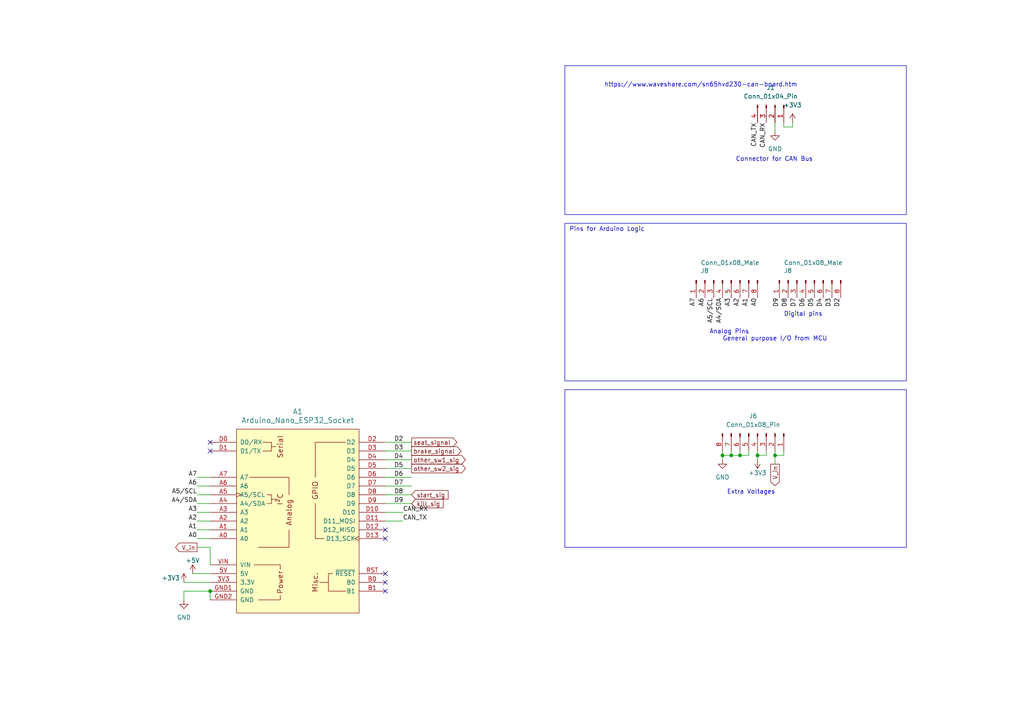
<source format=kicad_sch>
(kicad_sch (version 20231120) (generator "eeschema") (generator_version "8.0")
  (paper "A4")
  (lib_symbols
    (symbol "Connector:Conn_01x04_Pin" (pin_names (offset 1.016) hide)
      (property "Reference" "J" (at 0 5.08 0))
      (property "Value" "Conn_01x04_Pin" (at 0 -7.62 0))
      (symbol "Conn_01x04_Pin_1_1"
        (polyline (pts (xy 1.27 -5.08) (xy 0.8636 -5.08)) (stroke (width 0.1524)))
        (polyline (pts (xy 1.27 -2.54) (xy 0.8636 -2.54)) (stroke (width 0.1524)))
        (polyline (pts (xy 1.27 0) (xy 0.8636 0)) (stroke (width 0.1524)))
        (polyline (pts (xy 1.27 2.54) (xy 0.8636 2.54)) (stroke (width 0.1524)))
        (rectangle (start 0.8636 -4.953) (end 0 -5.207) (stroke (width 0.1524)) (fill (type outline)))
        (rectangle (start 0.8636 -2.413) (end 0 -2.667) (stroke (width 0.1524)) (fill (type outline)))
        (rectangle (start 0.8636 0.127) (end 0 -0.127) (stroke (width 0.1524)) (fill (type outline)))
        (rectangle (start 0.8636 2.667) (end 0 2.413) (stroke (width 0.1524)) (fill (type outline)))
        (pin passive line (at 5.08 2.54 180) (length 3.81) (name "Pin_1") (number "1"))
        (pin passive line (at 5.08 0 180) (length 3.81) (name "Pin_2") (number "2"))
        (pin passive line (at 5.08 -2.54 180) (length 3.81) (name "Pin_3") (number "3"))
        (pin passive line (at 5.08 -5.08 180) (length 3.81) (name "Pin_4") (number "4"))
      )
    )
    (symbol "Connector:Conn_01x08_Pin" (pin_names (offset 1.016) hide)
      (property "Reference" "J" (at 0 10.16 0))
      (property "Value" "Conn_01x08_Pin" (at 0 -12.7 0))
      (symbol "Conn_01x08_Pin_1_1"
        (polyline (pts (xy 1.27 -10.16) (xy 0.8636 -10.16)) (stroke (width 0.1524)))
        (polyline (pts (xy 1.27 -7.62) (xy 0.8636 -7.62)) (stroke (width 0.1524)))
        (polyline (pts (xy 1.27 -5.08) (xy 0.8636 -5.08)) (stroke (width 0.1524)))
        (polyline (pts (xy 1.27 -2.54) (xy 0.8636 -2.54)) (stroke (width 0.1524)))
        (polyline (pts (xy 1.27 0) (xy 0.8636 0)) (stroke (width 0.1524)))
        (polyline (pts (xy 1.27 2.54) (xy 0.8636 2.54)) (stroke (width 0.1524)))
        (polyline (pts (xy 1.27 5.08) (xy 0.8636 5.08)) (stroke (width 0.1524)))
        (polyline (pts (xy 1.27 7.62) (xy 0.8636 7.62)) (stroke (width 0.1524)))
        (rectangle (start 0.8636 -10.033) (end 0 -10.287) (stroke (width 0.1524)) (fill (type outline)))
        (rectangle (start 0.8636 -7.493) (end 0 -7.747) (stroke (width 0.1524)) (fill (type outline)))
        (rectangle (start 0.8636 -4.953) (end 0 -5.207) (stroke (width 0.1524)) (fill (type outline)))
        (rectangle (start 0.8636 -2.413) (end 0 -2.667) (stroke (width 0.1524)) (fill (type outline)))
        (rectangle (start 0.8636 0.127) (end 0 -0.127) (stroke (width 0.1524)) (fill (type outline)))
        (rectangle (start 0.8636 2.667) (end 0 2.413) (stroke (width 0.1524)) (fill (type outline)))
        (rectangle (start 0.8636 5.207) (end 0 4.953) (stroke (width 0.1524)) (fill (type outline)))
        (rectangle (start 0.8636 7.747) (end 0 7.493) (stroke (width 0.1524)) (fill (type outline)))
        (pin passive line (at 5.08 7.62 180) (length 3.81) (name "Pin_1") (number "1"))
        (pin passive line (at 5.08 5.08 180) (length 3.81) (name "Pin_2") (number "2"))
        (pin passive line (at 5.08 2.54 180) (length 3.81) (name "Pin_3") (number "3"))
        (pin passive line (at 5.08 0 180) (length 3.81) (name "Pin_4") (number "4"))
        (pin passive line (at 5.08 -2.54 180) (length 3.81) (name "Pin_5") (number "5"))
        (pin passive line (at 5.08 -5.08 180) (length 3.81) (name "Pin_6") (number "6"))
        (pin passive line (at 5.08 -7.62 180) (length 3.81) (name "Pin_7") (number "7"))
        (pin passive line (at 5.08 -10.16 180) (length 3.81) (name "Pin_8") (number "8"))
      )
    )
    (symbol "Motherboard_2023-rescue:Conn_01x08_Male-Connector" (pin_names (offset 1.016) hide)
      (property "Reference" "J" (at 0 10.16 0))
      (property "Value" "Connector_Conn_01x08_Male" (at 0 -12.7 0))
      (symbol "Conn_01x08_Male-Connector_1_1"
        (polyline (pts (xy 1.27 -10.16) (xy 0.8636 -10.16)) (stroke (width 0.1524)))
        (polyline (pts (xy 1.27 -7.62) (xy 0.8636 -7.62)) (stroke (width 0.1524)))
        (polyline (pts (xy 1.27 -5.08) (xy 0.8636 -5.08)) (stroke (width 0.1524)))
        (polyline (pts (xy 1.27 -2.54) (xy 0.8636 -2.54)) (stroke (width 0.1524)))
        (polyline (pts (xy 1.27 0) (xy 0.8636 0)) (stroke (width 0.1524)))
        (polyline (pts (xy 1.27 2.54) (xy 0.8636 2.54)) (stroke (width 0.1524)))
        (polyline (pts (xy 1.27 5.08) (xy 0.8636 5.08)) (stroke (width 0.1524)))
        (polyline (pts (xy 1.27 7.62) (xy 0.8636 7.62)) (stroke (width 0.1524)))
        (rectangle (start 0.8636 -10.033) (end 0 -10.287) (stroke (width 0.1524)) (fill (type outline)))
        (rectangle (start 0.8636 -7.493) (end 0 -7.747) (stroke (width 0.1524)) (fill (type outline)))
        (rectangle (start 0.8636 -4.953) (end 0 -5.207) (stroke (width 0.1524)) (fill (type outline)))
        (rectangle (start 0.8636 -2.413) (end 0 -2.667) (stroke (width 0.1524)) (fill (type outline)))
        (rectangle (start 0.8636 0.127) (end 0 -0.127) (stroke (width 0.1524)) (fill (type outline)))
        (rectangle (start 0.8636 2.667) (end 0 2.413) (stroke (width 0.1524)) (fill (type outline)))
        (rectangle (start 0.8636 5.207) (end 0 4.953) (stroke (width 0.1524)) (fill (type outline)))
        (rectangle (start 0.8636 7.747) (end 0 7.493) (stroke (width 0.1524)) (fill (type outline)))
        (pin passive line (at 5.08 7.62 180) (length 3.81) (name "Pin_1") (number "1"))
        (pin passive line (at 5.08 5.08 180) (length 3.81) (name "Pin_2") (number "2"))
        (pin passive line (at 5.08 2.54 180) (length 3.81) (name "Pin_3") (number "3"))
        (pin passive line (at 5.08 0 180) (length 3.81) (name "Pin_4") (number "4"))
        (pin passive line (at 5.08 -2.54 180) (length 3.81) (name "Pin_5") (number "5"))
        (pin passive line (at 5.08 -5.08 180) (length 3.81) (name "Pin_6") (number "6"))
        (pin passive line (at 5.08 -7.62 180) (length 3.81) (name "Pin_7") (number "7"))
        (pin passive line (at 5.08 -10.16 180) (length 3.81) (name "Pin_8") (number "8"))
      )
    )
    (symbol "arduino-library:Arduino_Nano_ESP32_Socket" (pin_names (offset 1.016))
      (property "Reference" "A" (at 0 33.02 0))
      (property "Value" "Arduino_Nano_ESP32_Socket" (at 0 29.21 0))
      (symbol "Arduino_Nano_ESP32_Socket_0_0"
        (rectangle (start -17.78 26.67) (end 17.78 -26.67) (fill (type background)))
        (polyline (pts (xy -7.62 6.35) (xy -6.35 6.35)))
        (polyline (pts (xy -7.62 21.59) (xy -6.35 21.59)))
        (polyline (pts (xy 8.89 -17.78) (xy 6.35 -17.78)))
        (polyline (pts (xy -11.43 -22.86) (xy -5.08 -22.86) (xy -5.08 -21.59)))
        (polyline (pts (xy -5.08 -13.97) (xy -5.08 -12.7) (xy -12.7 -12.7)))
        (polyline (pts (xy -10.16 22.86) (xy -7.62 22.86) (xy -7.62 20.32) (xy -10.16 20.32)))
        (polyline (pts (xy -8.89 7.62) (xy -7.62 7.62) (xy -7.62 5.08) (xy -8.89 5.08)))
        (text "Analog" (at -2.54 2.54 900) (effects (font (size 1.524 1.524))))
        (text "I²C" (at -5.08 6.35 900) (effects (font (size 1.524 1.524))))
        (text "Misc." (at 5.08 -17.78 900) (effects (font (size 1.524 1.524))))
        (text "Power" (at -5.08 -17.78 900) (effects (font (size 1.524 1.524))))
        (text "Serial" (at -5.08 21.59 900) (effects (font (size 1.524 1.524))))
      )
      (symbol "Arduino_Nano_ESP32_Socket_0_1"
        (polyline (pts (xy -13.97 12.7) (xy -2.54 12.7) (xy -2.54 7.62)))
        (polyline (pts (xy -11.43 -7.62) (xy -2.54 -7.62) (xy -2.54 -2.54)))
        (polyline (pts (xy 7.62 -5.08) (xy 5.08 -5.08) (xy 5.08 5.08)))
        (polyline (pts (xy 13.97 22.86) (xy 5.08 22.86) (xy 5.08 12.7)))
        (polyline (pts (xy 10.16 -15.24) (xy 8.89 -15.24) (xy 8.89 -20.32) (xy 13.97 -20.32)))
      )
      (symbol "Arduino_Nano_ESP32_Socket_1_0"
        (text "GPIO" (at 5.08 8.89 900) (effects (font (size 1.524 1.524))))
      )
      (symbol "Arduino_Nano_ESP32_Socket_1_1"
        (pin power_out line (at -25.4 -17.78 0) (length 7.62) (name "3.3V") (number "3V3"))
        (pin power_in line (at -25.4 -15.24 0) (length 7.62) (name "5V") (number "5V"))
        (pin bidirectional line (at -25.4 -5.08 0) (length 7.62) (name "A0") (number "A0"))
        (pin bidirectional line (at -25.4 -2.54 0) (length 7.62) (name "A1") (number "A1"))
        (pin bidirectional line (at -25.4 0 0) (length 7.62) (name "A2") (number "A2"))
        (pin bidirectional line (at -25.4 2.54 0) (length 7.62) (name "A3") (number "A3"))
        (pin bidirectional line (at -25.4 5.08 0) (length 7.62) (name "A4/SDA") (number "A4"))
        (pin bidirectional clock (at -25.4 7.62 0) (length 7.62) (name "A5/SCL") (number "A5"))
        (pin input line (at -25.4 10.16 0) (length 7.62) (name "A6") (number "A6"))
        (pin input line (at -25.4 12.7 0) (length 7.62) (name "A7") (number "A7"))
        (pin bidirectional line (at 25.4 -17.78 180) (length 7.62) (name "B0") (number "B0"))
        (pin bidirectional line (at 25.4 -20.32 180) (length 7.62) (name "B1") (number "B1"))
        (pin bidirectional line (at -25.4 22.86 0) (length 7.62) (name "D0/RX") (number "D0"))
        (pin bidirectional line (at -25.4 20.32 0) (length 7.62) (name "D1/TX") (number "D1"))
        (pin bidirectional line (at 25.4 2.54 180) (length 7.62) (name "D10") (number "D10"))
        (pin bidirectional line (at 25.4 0 180) (length 7.62) (name "D11_MOSI") (number "D11"))
        (pin bidirectional line (at 25.4 -2.54 180) (length 7.62) (name "D12_MISO") (number "D12"))
        (pin bidirectional clock (at 25.4 -5.08 180) (length 7.62) (name "D13_SCK") (number "D13"))
        (pin bidirectional line (at 25.4 22.86 180) (length 7.62) (name "D2") (number "D2"))
        (pin bidirectional line (at 25.4 20.32 180) (length 7.62) (name "D3") (number "D3"))
        (pin bidirectional line (at 25.4 17.78 180) (length 7.62) (name "D4") (number "D4"))
        (pin bidirectional line (at 25.4 15.24 180) (length 7.62) (name "D5") (number "D5"))
        (pin bidirectional line (at 25.4 12.7 180) (length 7.62) (name "D6") (number "D6"))
        (pin bidirectional line (at 25.4 10.16 180) (length 7.62) (name "D7") (number "D7"))
        (pin bidirectional line (at 25.4 7.62 180) (length 7.62) (name "D8") (number "D8"))
        (pin bidirectional line (at 25.4 5.08 180) (length 7.62) (name "D9") (number "D9"))
        (pin power_in line (at -25.4 -20.32 0) (length 7.62) (name "GND") (number "GND1"))
        (pin power_in line (at -25.4 -22.86 0) (length 7.62) (name "GND") (number "GND2"))
        (pin open_collector line (at 25.4 -15.24 180) (length 7.62) (name "~{RESET}") (number "RST"))
        (pin power_in line (at -25.4 -12.7 0) (length 7.62) (name "VIN") (number "VIN"))
      )
    )
    (symbol "power:+3V3" (power) (pin_names (offset 0))
      (property "Value" "+3V3" (at 0 3.556 0))
      (symbol "+3V3_0_1"
        (polyline (pts (xy -0.762 1.27) (xy 0 2.54)))
        (polyline (pts (xy 0 0) (xy 0 2.54)))
        (polyline (pts (xy 0 2.54) (xy 0.762 1.27)))
      )
      (symbol "+3V3_1_1"
        (pin power_in line (at 0 0 90) (length 0) hide (name "+3V3") (number "1"))
      )
    )
    (symbol "power:+5V" (power) (pin_names (offset 0))
      (property "Value" "+5V" (at 0 3.556 0))
      (symbol "+5V_0_1"
        (polyline (pts (xy -0.762 1.27) (xy 0 2.54)))
        (polyline (pts (xy 0 0) (xy 0 2.54)))
        (polyline (pts (xy 0 2.54) (xy 0.762 1.27)))
      )
      (symbol "+5V_1_1"
        (pin power_in line (at 0 0 90) (length 0) hide (name "+5V") (number "1"))
      )
    )
    (symbol "power:GND" (power) (pin_names (offset 0))
      (property "Value" "GND" (at 0 -3.81 0))
      (symbol "GND_0_1"
        (polyline (pts (xy 0 0) (xy 0 -1.27) (xy 1.27 -1.27) (xy 0 -2.54) (xy -1.27 -1.27) (xy 0 -1.27)))
      )
      (symbol "GND_1_1"
        (pin power_in line (at 0 0 270) (length 0) hide (name "GND") (number "1"))
      )
    )
  )
  (junction (at 209.55 132.08))
  (junction (at 212.09 132.08))
  (junction (at 219.71 132.08))
  (junction (at 214.63 132.08))
  (junction (at 60.96 171.45))
  (junction (at 224.79 132.08))
  (no_connect (at 111.76 166.37))
  (no_connect (at 60.96 130.81))
  (no_connect (at 111.76 153.67))
  (no_connect (at 111.76 171.45))
  (no_connect (at 111.76 168.91))
  (no_connect (at 111.76 156.21))
  (no_connect (at 60.96 128.27))
  (wire (pts (xy 224.79 130.81) (xy 224.79 132.08)))
  (wire (pts (xy 229.87 35.56) (xy 229.87 36.83)))
  (wire (pts (xy 116.84 148.59) (xy 111.76 148.59)))
  (wire (pts (xy 60.96 158.75) (xy 60.96 163.83)))
  (wire (pts (xy 209.55 130.81) (xy 209.55 132.08)))
  (wire (pts (xy 227.33 36.83) (xy 229.87 36.83)))
  (wire (pts (xy 209.55 132.08) (xy 209.55 133.35)))
  (wire (pts (xy 57.15 146.05) (xy 60.96 146.05)))
  (wire (pts (xy 111.76 143.51) (xy 119.38 143.51)))
  (wire (pts (xy 222.25 130.81) (xy 222.25 132.08)))
  (wire (pts (xy 111.76 133.35) (xy 119.38 133.35)))
  (wire (pts (xy 214.63 130.81) (xy 214.63 132.08)))
  (wire (pts (xy 53.34 168.91) (xy 60.96 168.91)))
  (wire (pts (xy 57.15 153.67) (xy 60.96 153.67)))
  (wire (pts (xy 55.88 166.37) (xy 60.96 166.37)))
  (wire (pts (xy 57.15 140.97) (xy 60.96 140.97)))
  (wire (pts (xy 214.63 132.08) (xy 212.09 132.08)))
  (wire (pts (xy 224.79 132.08) (xy 227.33 132.08)))
  (wire (pts (xy 227.33 35.56) (xy 227.33 36.83)))
  (wire (pts (xy 116.84 151.13) (xy 111.76 151.13)))
  (wire (pts (xy 212.09 132.08) (xy 209.55 132.08)))
  (wire (pts (xy 224.79 132.08) (xy 224.79 134.62)))
  (wire (pts (xy 111.76 128.27) (xy 119.38 128.27)))
  (wire (pts (xy 53.34 171.45) (xy 53.34 173.99)))
  (wire (pts (xy 60.96 171.45) (xy 60.96 173.99)))
  (wire (pts (xy 224.79 35.56) (xy 224.79 38.1)))
  (wire (pts (xy 57.15 143.51) (xy 60.96 143.51)))
  (wire (pts (xy 57.15 138.43) (xy 60.96 138.43)))
  (wire (pts (xy 222.25 132.08) (xy 219.71 132.08)))
  (wire (pts (xy 57.15 158.75) (xy 60.96 158.75)))
  (wire (pts (xy 111.76 140.97) (xy 119.38 140.97)))
  (wire (pts (xy 219.71 133.35) (xy 219.71 132.08)))
  (wire (pts (xy 111.76 138.43) (xy 119.38 138.43)))
  (wire (pts (xy 111.76 135.89) (xy 119.38 135.89)))
  (wire (pts (xy 57.15 148.59) (xy 60.96 148.59)))
  (wire (pts (xy 111.76 130.81) (xy 119.38 130.81)))
  (wire (pts (xy 111.76 146.05) (xy 119.38 146.05)))
  (wire (pts (xy 60.96 171.45) (xy 53.34 171.45)))
  (wire (pts (xy 219.71 132.08) (xy 219.71 130.81)))
  (wire (pts (xy 57.15 156.21) (xy 60.96 156.21)))
  (wire (pts (xy 217.17 132.08) (xy 214.63 132.08)))
  (wire (pts (xy 57.15 151.13) (xy 60.96 151.13)))
  (wire (pts (xy 227.33 132.08) (xy 227.33 130.81)))
  (wire (pts (xy 212.09 130.81) (xy 212.09 132.08)))
  (wire (pts (xy 217.17 130.81) (xy 217.17 132.08)))
  (rectangle (start 163.83 64.77) (end 262.89 110.49))
  (rectangle (start 163.83 113.03) (end 262.89 158.75))
  (rectangle (start 163.83 19.05) (end 262.89 62.23))
  (text "Pins for Arduino Logic\n" (at 165.1 67.31 0) (effects (font (size 1.27 1.27)) (justify left bottom)))
  (text "Analog Pins\n\n" (at 205.74 99.06 0) (effects (font (size 1.27 1.27)) (justify left bottom)))
  (text "General purpose I/O from MCU\n" (at 209.55 99.06 0) (effects (font (size 1.27 1.27)) (justify left bottom)))
  (text "Connector for CAN Bus\n" (at 213.36 46.99 0) (effects (font (size 1.27 1.27)) (justify left bottom)))
  (text "https://www.waveshare.com/sn65hvd230-can-board.htm" (at 175.26 25.4 0) (effects (font (size 1.27 1.27)) (justify left bottom)))
  (text "Extra Voltages\n" (at 210.82 143.51 0) (effects (font (size 1.27 1.27)) (justify left bottom)))
  (text "Digital pins\n\n" (at 227.33 93.98 0) (effects (font (size 1.27 1.27)) (justify left bottom)))
  (label "A0" (at 57.15 156.21 180))
  (label "D4" (at 238.76 86.36 270))
  (label "D5" (at 114.3 135.89 0))
  (label "D9" (at 114.3 146.05 0))
  (label "D7" (at 231.14 86.36 270))
  (label "A2" (at 57.15 151.13 180))
  (label "D3" (at 241.3 86.36 270))
  (label "A1" (at 217.17 86.36 270))
  (label "CAN_RX" (at 222.25 35.56 270))
  (label "A4{slash}SDA" (at 57.15 146.05 180))
  (label "D2" (at 114.3 128.27 0))
  (label "A5{slash}SCL" (at 57.15 143.51 180))
  (label "A4{slash}SDA" (at 209.55 86.36 270))
  (label "A3" (at 57.15 148.59 180))
  (label "D2" (at 243.84 86.36 270))
  (label "A0" (at 219.71 86.36 270))
  (label "D8" (at 114.3 143.51 0))
  (label "A1" (at 57.15 153.67 180))
  (label "A7" (at 57.15 138.43 180))
  (label "CAN_RX" (at 116.84 148.59 0))
  (label "D4" (at 114.3 133.35 0))
  (label "CAN_TX" (at 219.71 35.56 270))
  (label "A7" (at 201.93 86.36 270))
  (label "A6" (at 57.15 140.97 180))
  (label "A6" (at 204.47 86.36 270))
  (label "A2" (at 214.63 86.36 270))
  (label "A3" (at 212.09 86.36 270))
  (label "D6" (at 114.3 138.43 0))
  (label "D3" (at 114.3 130.81 0))
  (label "D8" (at 228.6 86.36 270))
  (label "A5{slash}SCL" (at 207.01 86.36 270))
  (label "D5" (at 236.22 86.36 270))
  (label "D7" (at 114.3 140.97 0))
  (label "CAN_TX" (at 116.84 151.13 0))
  (label "D9" (at 226.06 86.36 270))
  (label "D6" (at 233.68 86.36 270))
  (global_label "other_sw2_sig" (shape output) (at 119.38 135.89 0) (property "Intersheetrefs" "${INTERSHEET_REFS}" (effects (hide yes))))
  (global_label "brake_signal" (shape output) (at 119.38 130.81 0) (property "Intersheetrefs" "${INTERSHEET_REFS}" (effects (hide yes))))
  (global_label "seat_signal" (shape output) (at 119.38 128.27 0) (property "Intersheetrefs" "${INTERSHEET_REFS}" (effects (hide yes))))
  (global_label "V_in" (shape output) (at 57.15 158.75 180) (property "Intersheetrefs" "${INTERSHEET_REFS}" (effects (hide yes))))
  (global_label "kill_sig" (shape input) (at 119.38 146.05 0) (property "Intersheetrefs" "${INTERSHEET_REFS}" (effects (hide yes))))
  (global_label "other_sw1_sig" (shape output) (at 119.38 133.35 0) (property "Intersheetrefs" "${INTERSHEET_REFS}" (effects (hide yes))))
  (global_label "start_sig" (shape input) (at 119.38 143.51 0) (property "Intersheetrefs" "${INTERSHEET_REFS}" (effects (hide yes))))
  (global_label "V_in" (shape output) (at 224.79 134.62 270) (property "Intersheetrefs" "${INTERSHEET_REFS}" (effects (hide yes))))
  (symbol (lib_id "power:+5V") (at 55.88 166.37 0) (unit 1)
    (property "Reference" "#PWR03" (effects (hide yes)))
    (property "Value" "+5V" (at 55.88 162.56 0))
    (instances (project "CANBOARD_REV2" (path "" (reference "#PWR03") (unit 1))) (project "CANBOARD_REV1" (path "" (reference "#PWR014") (unit 1))))
  )
  (symbol (lib_id "power:GND") (at 224.79 38.1 0) (unit 1)
    (property "Reference" "#PWR04" (effects (hide yes)))
    (property "Value" "GND" (at 224.79 43.18 0))
    (instances (project "CANBOARD_REV2" (path "" (reference "#PWR04") (unit 1))) (project "CANBOARD_REV1" (path "" (reference "#PWR03") (unit 1))))
  )
  (symbol (lib_id "power:GND") (at 209.55 133.35 0) (unit 1)
    (property "Reference" "#PWR07" (effects (hide yes)))
    (property "Value" "GND" (at 209.55 138.43 0))
    (instances (project "CANBOARD_REV2" (path "" (reference "#PWR07") (unit 1))) (project "CANBOARD_REV1" (path "" (reference "#PWR01") (unit 1))))
  )
  (symbol (lib_id "arduino-library:Arduino_Nano_ESP32_Socket") (at 86.36 151.13 0) (unit 1)
    (property "Reference" "A1" (at 86.36 119.38 0) (effects (font (size 1.524 1.524))))
    (property "Value" "Arduino_Nano_ESP32_Socket" (at 86.36 121.92 0) (effects (font (size 1.524 1.524))))
    (property "Footprint" "arduino:Arduino_Nano_ESP32_Socket" (effects (hide yes)))
    (property "Datasheet" "https://docs.arduino.cc/hardware/nano-esp32" (effects (hide yes)))
  )
  (symbol (lib_id "Motherboard_2023-rescue:Conn_01x08_Male-Connector") (at 233.68 81.28 90) (mirror x) (unit 1)
    (property "Reference" "J8" (at 227.33 78.5114 90) (effects (justify right)))
    (property "Value" "Conn_01x08_Male" (at 227.33 76.2 90) (effects (justify right)))
    (property "Footprint" "TerminalBlock_Phoenix:TerminalBlock_Phoenix_MKDS-1,5-8-5.08_1x08_P5.08mm_Horizontal" (effects (hide yes)))
    (instances (project "Motherboard23-24" (path "" (reference "J8") (unit 1))) (project "CANBOARD_REV2" (path "" (reference "J3") (unit 1))) (project "CANBOARD_REV1" (path "" (reference "J2") (unit 1))) (project "Motherboard_2023" (path "" (reference "J9") (unit 1))))
  )
  (symbol (lib_id "power:+3V3") (at 53.34 168.91 0) (unit 1)
    (property "Reference" "#PWR01" (effects (hide yes)))
    (property "Value" "+3V3" (at 49.53 167.64 0))
    (instances (project "CANBOARD_REV2" (path "" (reference "#PWR01") (unit 1))) (project "CANBOARD_REV1" (path "" (reference "#PWR07") (unit 1))))
  )
  (symbol (lib_id "power:+3V3") (at 219.71 133.35 180) (unit 1)
    (property "Reference" "#PWR08" (effects (hide yes)))
    (property "Value" "+3V3" (at 219.71 137.16 0))
    (instances (project "CANBOARD_REV2" (path "" (reference "#PWR08") (unit 1))) (project "CANBOARD_REV1" (path "" (reference "#PWR016") (unit 1))))
  )
  (symbol (lib_id "Motherboard_2023-rescue:Conn_01x08_Male-Connector") (at 209.55 81.28 90) (mirror x) (unit 1)
    (property "Reference" "J8" (at 203.2 78.5114 90) (effects (justify right)))
    (property "Value" "Conn_01x08_Male" (at 203.2 76.2 90) (effects (justify right)))
    (property "Footprint" "TerminalBlock_Phoenix:TerminalBlock_Phoenix_MKDS-1,5-8-5.08_1x08_P5.08mm_Horizontal" (effects (hide yes)))
    (instances (project "Motherboard23-24" (path "" (reference "J8") (unit 1))) (project "CANBOARD_REV2" (path "" (reference "J2") (unit 1))) (project "CANBOARD_REV1" (path "" (reference "J1") (unit 1))) (project "Motherboard_2023" (path "" (reference "J9") (unit 1))))
  )
  (symbol (lib_id "power:GND") (at 53.34 173.99 0) (unit 1)
    (property "Reference" "#PWR02" (effects (hide yes)))
    (property "Value" "GND" (at 53.34 179.07 0))
    (instances (project "CANBOARD_REV2" (path "" (reference "#PWR02") (unit 1))) (project "CANBOARD_REV1" (path "" (reference "#PWR05") (unit 1))))
  )
  (symbol (lib_id "power:+3V3") (at 229.87 35.56 0) (unit 1)
    (property "Reference" "#PWR05" (effects (hide yes)))
    (property "Value" "+3V3" (at 229.87 30.48 0))
    (instances (project "CANBOARD_REV2" (path "" (reference "#PWR05") (unit 1))) (project "CANBOARD_REV1" (path "" (reference "#PWR02") (unit 1))))
  )
  (symbol (lib_id "Connector:Conn_01x08_Pin") (at 219.71 125.73 270) (unit 1)
    (property "Reference" "J6" (at 218.44 120.65 90))
    (property "Value" "Conn_01x08_Pin" (at 218.44 123.19 90))
    (property "Footprint" "Connector_PinHeader_2.54mm:PinHeader_1x08_P2.54mm_Vertical" (effects (hide yes)))
    (instances (project "CANBOARD_REV2" (path "" (reference "J6") (unit 1))) (project "CANBOARD_REV1" (path "" (reference "J5") (unit 1))))
  )
  (symbol (lib_id "Connector:Conn_01x04_Pin") (at 224.79 30.48 270) (unit 1)
    (property "Reference" "J1" (at 223.52 25.4 90))
    (property "Value" "Conn_01x04_Pin" (at 223.52 27.94 90))
    (property "Footprint" "Connector_PinHeader_2.54mm:PinHeader_1x04_P2.54mm_Horizontal" (effects (hide yes)))
    (instances (project "CANBOARD_REV2" (path "" (reference "J1") (unit 1))) (project "CANBOARD_REV1" (path "" (reference "J4") (unit 1))))
  )
)
</source>
